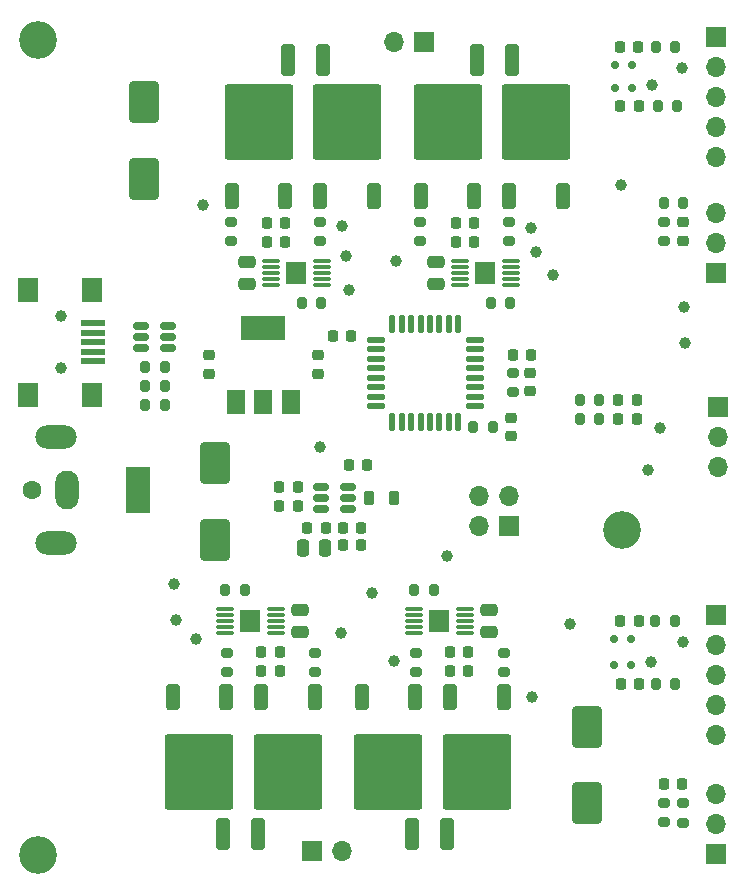
<source format=gbr>
%TF.GenerationSoftware,KiCad,Pcbnew,7.0.1*%
%TF.CreationDate,2023-12-25T01:16:19+01:00*%
%TF.ProjectId,BallBalancer,42616c6c-4261-46c6-916e-6365722e6b69,rev?*%
%TF.SameCoordinates,Original*%
%TF.FileFunction,Soldermask,Top*%
%TF.FilePolarity,Negative*%
%FSLAX46Y46*%
G04 Gerber Fmt 4.6, Leading zero omitted, Abs format (unit mm)*
G04 Created by KiCad (PCBNEW 7.0.1) date 2023-12-25 01:16:19*
%MOMM*%
%LPD*%
G01*
G04 APERTURE LIST*
G04 Aperture macros list*
%AMRoundRect*
0 Rectangle with rounded corners*
0 $1 Rounding radius*
0 $2 $3 $4 $5 $6 $7 $8 $9 X,Y pos of 4 corners*
0 Add a 4 corners polygon primitive as box body*
4,1,4,$2,$3,$4,$5,$6,$7,$8,$9,$2,$3,0*
0 Add four circle primitives for the rounded corners*
1,1,$1+$1,$2,$3*
1,1,$1+$1,$4,$5*
1,1,$1+$1,$6,$7*
1,1,$1+$1,$8,$9*
0 Add four rect primitives between the rounded corners*
20,1,$1+$1,$2,$3,$4,$5,0*
20,1,$1+$1,$4,$5,$6,$7,0*
20,1,$1+$1,$6,$7,$8,$9,0*
20,1,$1+$1,$8,$9,$2,$3,0*%
G04 Aperture macros list end*
%ADD10C,1.000000*%
%ADD11RoundRect,0.250000X-0.250000X-0.475000X0.250000X-0.475000X0.250000X0.475000X-0.250000X0.475000X0*%
%ADD12RoundRect,0.218750X0.218750X0.256250X-0.218750X0.256250X-0.218750X-0.256250X0.218750X-0.256250X0*%
%ADD13R,1.700000X1.700000*%
%ADD14O,1.700000X1.700000*%
%ADD15RoundRect,0.225000X-0.225000X-0.250000X0.225000X-0.250000X0.225000X0.250000X-0.225000X0.250000X0*%
%ADD16RoundRect,0.200000X-0.200000X-0.275000X0.200000X-0.275000X0.200000X0.275000X-0.200000X0.275000X0*%
%ADD17RoundRect,0.150000X-0.150000X-0.200000X0.150000X-0.200000X0.150000X0.200000X-0.150000X0.200000X0*%
%ADD18RoundRect,0.225000X0.225000X0.250000X-0.225000X0.250000X-0.225000X-0.250000X0.225000X-0.250000X0*%
%ADD19RoundRect,0.150000X-0.512500X-0.150000X0.512500X-0.150000X0.512500X0.150000X-0.512500X0.150000X0*%
%ADD20RoundRect,0.200000X0.200000X0.275000X-0.200000X0.275000X-0.200000X-0.275000X0.200000X-0.275000X0*%
%ADD21RoundRect,0.125000X0.625000X0.125000X-0.625000X0.125000X-0.625000X-0.125000X0.625000X-0.125000X0*%
%ADD22RoundRect,0.125000X0.125000X0.625000X-0.125000X0.625000X-0.125000X-0.625000X0.125000X-0.625000X0*%
%ADD23RoundRect,0.200000X0.275000X-0.200000X0.275000X0.200000X-0.275000X0.200000X-0.275000X-0.200000X0*%
%ADD24RoundRect,0.250000X1.000000X-1.500000X1.000000X1.500000X-1.000000X1.500000X-1.000000X-1.500000X0*%
%ADD25RoundRect,0.250000X-1.000000X1.500000X-1.000000X-1.500000X1.000000X-1.500000X1.000000X1.500000X0*%
%ADD26RoundRect,0.225000X-0.250000X0.225000X-0.250000X-0.225000X0.250000X-0.225000X0.250000X0.225000X0*%
%ADD27RoundRect,0.075000X-0.650000X-0.075000X0.650000X-0.075000X0.650000X0.075000X-0.650000X0.075000X0*%
%ADD28R,1.680000X1.880000*%
%ADD29RoundRect,0.250000X-0.325000X-1.100000X0.325000X-1.100000X0.325000X1.100000X-0.325000X1.100000X0*%
%ADD30RoundRect,0.250000X0.350000X-0.850000X0.350000X0.850000X-0.350000X0.850000X-0.350000X-0.850000X0*%
%ADD31RoundRect,0.249997X2.650003X-2.950003X2.650003X2.950003X-2.650003X2.950003X-2.650003X-2.950003X0*%
%ADD32RoundRect,0.150000X0.512500X0.150000X-0.512500X0.150000X-0.512500X-0.150000X0.512500X-0.150000X0*%
%ADD33RoundRect,0.250000X0.475000X-0.250000X0.475000X0.250000X-0.475000X0.250000X-0.475000X-0.250000X0*%
%ADD34RoundRect,0.200000X-0.275000X0.200000X-0.275000X-0.200000X0.275000X-0.200000X0.275000X0.200000X0*%
%ADD35C,3.200000*%
%ADD36RoundRect,0.250000X-0.350000X0.850000X-0.350000X-0.850000X0.350000X-0.850000X0.350000X0.850000X0*%
%ADD37RoundRect,0.249997X-2.650003X2.950003X-2.650003X-2.950003X2.650003X-2.950003X2.650003X2.950003X0*%
%ADD38RoundRect,0.250000X-0.475000X0.250000X-0.475000X-0.250000X0.475000X-0.250000X0.475000X0.250000X0*%
%ADD39RoundRect,0.075000X0.650000X0.075000X-0.650000X0.075000X-0.650000X-0.075000X0.650000X-0.075000X0*%
%ADD40RoundRect,0.225000X0.250000X-0.225000X0.250000X0.225000X-0.250000X0.225000X-0.250000X-0.225000X0*%
%ADD41RoundRect,0.218750X-0.218750X-0.381250X0.218750X-0.381250X0.218750X0.381250X-0.218750X0.381250X0*%
%ADD42R,1.500000X2.000000*%
%ADD43R,3.800000X2.000000*%
%ADD44C,1.600000*%
%ADD45R,2.000000X4.000000*%
%ADD46O,2.000000X3.300000*%
%ADD47O,3.500000X2.000000*%
%ADD48RoundRect,0.250000X0.325000X1.100000X-0.325000X1.100000X-0.325000X-1.100000X0.325000X-1.100000X0*%
%ADD49R,2.000000X0.500000*%
%ADD50R,1.700000X2.000000*%
G04 APERTURE END LIST*
D10*
%TO.C,TP27*%
X112600000Y-80300000D03*
%TD*%
%TO.C,TP26*%
X112850000Y-83150000D03*
%TD*%
%TO.C,TP25*%
X98000000Y-108050000D03*
%TD*%
%TO.C,TP24*%
X121150000Y-105700000D03*
%TD*%
%TO.C,TP23*%
X98200000Y-111100000D03*
%TD*%
%TO.C,TP22*%
X130150000Y-81900000D03*
%TD*%
%TO.C,TP21*%
X128700000Y-80000000D03*
%TD*%
%TO.C,TP20*%
X114800000Y-108800000D03*
%TD*%
%TO.C,TP15*%
X110350000Y-96450000D03*
%TD*%
%TO.C,TP14*%
X141250000Y-87700000D03*
%TD*%
%TO.C,TP9*%
X141200000Y-84600000D03*
%TD*%
%TO.C,TP19*%
X128250000Y-77900000D03*
%TD*%
%TO.C,TP18*%
X116850000Y-80700000D03*
%TD*%
%TO.C,TP13*%
X112250000Y-77750000D03*
%TD*%
%TO.C,TP12*%
X100500000Y-75950000D03*
%TD*%
%TO.C,TP17*%
X99850000Y-112700000D03*
%TD*%
%TO.C,TP16*%
X112150000Y-112200000D03*
%TD*%
%TO.C,TP10*%
X128350000Y-117650000D03*
%TD*%
%TO.C,TP11*%
X116650000Y-114600000D03*
%TD*%
%TO.C,TP7*%
X135900000Y-74300000D03*
%TD*%
%TO.C,TP4*%
X131550000Y-111450000D03*
%TD*%
%TO.C,TP2*%
X138200000Y-98450000D03*
%TD*%
%TO.C,TP1*%
X139200000Y-94850000D03*
%TD*%
D11*
%TO.C,C17*%
X108950000Y-105050000D03*
X110850000Y-105050000D03*
%TD*%
D12*
%TO.C,D1*%
X137187500Y-94100000D03*
X135612500Y-94100000D03*
%TD*%
D13*
%TO.C,J4*%
X143900000Y-130900000D03*
D14*
X143900000Y-128360000D03*
X143900000Y-125820000D03*
%TD*%
D13*
%TO.C,J7*%
X143900000Y-81760000D03*
D14*
X143900000Y-79220000D03*
X143900000Y-76680000D03*
%TD*%
D15*
%TO.C,C31*%
X105411451Y-113805292D03*
X106961451Y-113805292D03*
%TD*%
D16*
%TO.C,R5*%
X95575000Y-91300000D03*
X97225000Y-91300000D03*
%TD*%
D17*
%TO.C,D6*%
X136800000Y-64100000D03*
X135400000Y-64100000D03*
%TD*%
D18*
%TO.C,C32*%
X123462500Y-79120000D03*
X121912500Y-79120000D03*
%TD*%
D19*
%TO.C,U6*%
X110462500Y-99850000D03*
X110462500Y-100800000D03*
X110462500Y-101750000D03*
X112737500Y-101750000D03*
X112737500Y-100800000D03*
X112737500Y-99850000D03*
%TD*%
D20*
%TO.C,R17*%
X110512500Y-84320000D03*
X108862500Y-84320000D03*
%TD*%
D18*
%TO.C,C34*%
X123462500Y-77520000D03*
X121912500Y-77520000D03*
%TD*%
D13*
%TO.C,J5*%
X143900000Y-110740000D03*
D14*
X143900000Y-113280000D03*
X143900000Y-115820000D03*
X143900000Y-118360000D03*
X143900000Y-120900000D03*
%TD*%
D21*
%TO.C,U1*%
X123475000Y-93000000D03*
X123475000Y-92200000D03*
X123475000Y-91400000D03*
X123475000Y-90600000D03*
X123475000Y-89800000D03*
X123475000Y-89000000D03*
X123475000Y-88200000D03*
X123475000Y-87400000D03*
D22*
X122100000Y-86025000D03*
X121300000Y-86025000D03*
X120500000Y-86025000D03*
X119700000Y-86025000D03*
X118900000Y-86025000D03*
X118100000Y-86025000D03*
X117300000Y-86025000D03*
X116500000Y-86025000D03*
D21*
X115125000Y-87400000D03*
X115125000Y-88200000D03*
X115125000Y-89000000D03*
X115125000Y-89800000D03*
X115125000Y-90600000D03*
X115125000Y-91400000D03*
X115125000Y-92200000D03*
X115125000Y-93000000D03*
D22*
X116500000Y-94375000D03*
X117300000Y-94375000D03*
X118100000Y-94375000D03*
X118900000Y-94375000D03*
X119700000Y-94375000D03*
X120500000Y-94375000D03*
X121300000Y-94375000D03*
X122100000Y-94375000D03*
%TD*%
D12*
%TO.C,D2*%
X137187500Y-92500000D03*
X135612500Y-92500000D03*
%TD*%
D23*
%TO.C,R22*%
X109986451Y-115530292D03*
X109986451Y-113880292D03*
%TD*%
D17*
%TO.C,D3*%
X136700000Y-114900000D03*
X135300000Y-114900000D03*
%TD*%
D24*
%TO.C,C36*%
X133000000Y-126650000D03*
X133000000Y-120150000D03*
%TD*%
D20*
%TO.C,R7*%
X97225000Y-89700000D03*
X95575000Y-89700000D03*
%TD*%
D15*
%TO.C,C13*%
X121411451Y-113805292D03*
X122961451Y-113805292D03*
%TD*%
D20*
%TO.C,R27*%
X126512500Y-84320000D03*
X124862500Y-84320000D03*
%TD*%
D25*
%TO.C,C15*%
X101500000Y-97850000D03*
X101500000Y-104350000D03*
%TD*%
D26*
%TO.C,C1*%
X128200000Y-90225000D03*
X128200000Y-91775000D03*
%TD*%
D15*
%TO.C,C11*%
X121411451Y-115405292D03*
X122961451Y-115405292D03*
%TD*%
%TO.C,C33*%
X105411451Y-115405292D03*
X106961451Y-115405292D03*
%TD*%
D27*
%TO.C,U4*%
X106237500Y-80720000D03*
X106237500Y-81220000D03*
X106237500Y-81720000D03*
X106237500Y-82220000D03*
X106237500Y-82720000D03*
X110537500Y-82720000D03*
X110537500Y-82220000D03*
X110537500Y-81720000D03*
X110537500Y-81220000D03*
X110537500Y-80720000D03*
D28*
X108387500Y-81720000D03*
%TD*%
D20*
%TO.C,R12*%
X140625000Y-67620000D03*
X138975000Y-67620000D03*
%TD*%
D29*
%TO.C,C27*%
X118211451Y-129205292D03*
X121161451Y-129205292D03*
%TD*%
D30*
%TO.C,Q4*%
X110407500Y-75260000D03*
D31*
X112687500Y-68960000D03*
D30*
X114967500Y-75260000D03*
%TD*%
D29*
%TO.C,C24*%
X102211451Y-129205292D03*
X105161451Y-129205292D03*
%TD*%
D16*
%TO.C,R2*%
X132375000Y-92500000D03*
X134025000Y-92500000D03*
%TD*%
D10*
%TO.C,TP6*%
X138500000Y-65820000D03*
%TD*%
D32*
%TO.C,U2*%
X97537500Y-88100000D03*
X97537500Y-87150000D03*
X97537500Y-86200000D03*
X95262500Y-86200000D03*
X95262500Y-87150000D03*
X95262500Y-88100000D03*
%TD*%
D33*
%TO.C,C20*%
X104187500Y-82670000D03*
X104187500Y-80770000D03*
%TD*%
D18*
%TO.C,C8*%
X137375000Y-67620000D03*
X135825000Y-67620000D03*
%TD*%
D34*
%TO.C,R23*%
X102486451Y-113880292D03*
X102486451Y-115530292D03*
%TD*%
D15*
%TO.C,C26*%
X112325000Y-104800000D03*
X113875000Y-104800000D03*
%TD*%
D35*
%TO.C,H2*%
X136000000Y-103500000D03*
%TD*%
D30*
%TO.C,Q8*%
X126407500Y-75260000D03*
D31*
X128687500Y-68960000D03*
D30*
X130967500Y-75260000D03*
%TD*%
D36*
%TO.C,Q6*%
X102466451Y-117665292D03*
D37*
X100186451Y-123965292D03*
D36*
X97906451Y-117665292D03*
%TD*%
D16*
%TO.C,R14*%
X139475000Y-75835000D03*
X141125000Y-75835000D03*
%TD*%
D35*
%TO.C,H3*%
X86500000Y-62000000D03*
%TD*%
D38*
%TO.C,C19*%
X124686451Y-110255292D03*
X124686451Y-112155292D03*
%TD*%
D36*
%TO.C,Q5*%
X109966451Y-117665292D03*
D37*
X107686451Y-123965292D03*
D36*
X105406451Y-117665292D03*
%TD*%
D16*
%TO.C,R6*%
X95575000Y-92900000D03*
X97225000Y-92900000D03*
%TD*%
D30*
%TO.C,Q7*%
X118907500Y-75260000D03*
D31*
X121187500Y-68960000D03*
D30*
X123467500Y-75260000D03*
%TD*%
D23*
%TO.C,R25*%
X126387500Y-79045000D03*
X126387500Y-77395000D03*
%TD*%
D17*
%TO.C,D5*%
X136800000Y-66100000D03*
X135400000Y-66100000D03*
%TD*%
D18*
%TO.C,C22*%
X114375000Y-98000000D03*
X112825000Y-98000000D03*
%TD*%
D15*
%TO.C,C7*%
X139525000Y-125020000D03*
X141075000Y-125020000D03*
%TD*%
D27*
%TO.C,U8*%
X122237500Y-80720000D03*
X122237500Y-81220000D03*
X122237500Y-81720000D03*
X122237500Y-82220000D03*
X122237500Y-82720000D03*
X126537500Y-82720000D03*
X126537500Y-82220000D03*
X126537500Y-81720000D03*
X126537500Y-81220000D03*
X126537500Y-80720000D03*
D28*
X124387500Y-81720000D03*
%TD*%
D10*
%TO.C,TP5*%
X141100000Y-113000000D03*
%TD*%
D36*
%TO.C,Q2*%
X118466451Y-117665292D03*
D37*
X116186451Y-123965292D03*
D36*
X113906451Y-117665292D03*
%TD*%
D35*
%TO.C,H1*%
X86500000Y-131000000D03*
%TD*%
D39*
%TO.C,U7*%
X106636451Y-112205292D03*
X106636451Y-111705292D03*
X106636451Y-111205292D03*
X106636451Y-110705292D03*
X106636451Y-110205292D03*
X102336451Y-110205292D03*
X102336451Y-110705292D03*
X102336451Y-111205292D03*
X102336451Y-111705292D03*
X102336451Y-112205292D03*
D28*
X104486451Y-111205292D03*
%TD*%
D34*
%TO.C,R20*%
X102887500Y-77395000D03*
X102887500Y-79045000D03*
%TD*%
D16*
%TO.C,R1*%
X132375000Y-94100000D03*
X134025000Y-94100000D03*
%TD*%
D25*
%TO.C,C35*%
X95500000Y-67300000D03*
X95500000Y-73800000D03*
%TD*%
D34*
%TO.C,R3*%
X126700000Y-90175000D03*
X126700000Y-91825000D03*
%TD*%
D23*
%TO.C,R10*%
X141100000Y-128270000D03*
X141100000Y-126620000D03*
%TD*%
D12*
%TO.C,D7*%
X108487500Y-101500000D03*
X106912500Y-101500000D03*
%TD*%
D40*
%TO.C,C18*%
X101000000Y-90275000D03*
X101000000Y-88725000D03*
%TD*%
D13*
%TO.C,J3*%
X126390000Y-103190000D03*
D14*
X123850000Y-103190000D03*
X126390000Y-100650000D03*
X123850000Y-100650000D03*
%TD*%
D40*
%TO.C,C2*%
X126600000Y-95575000D03*
X126600000Y-94025000D03*
%TD*%
D41*
%TO.C,L1*%
X114537500Y-100800000D03*
X116662500Y-100800000D03*
%TD*%
D20*
%TO.C,R8*%
X140475000Y-116500000D03*
X138825000Y-116500000D03*
%TD*%
D40*
%TO.C,C21*%
X110200000Y-90275000D03*
X110200000Y-88725000D03*
%TD*%
D33*
%TO.C,C30*%
X120187500Y-82670000D03*
X120187500Y-80770000D03*
%TD*%
D42*
%TO.C,U5*%
X103300000Y-92700000D03*
X105600000Y-92700000D03*
D43*
X105600000Y-86400000D03*
D42*
X107900000Y-92700000D03*
%TD*%
D13*
%TO.C,M1*%
X109686451Y-130705292D03*
D14*
X112226451Y-130705292D03*
%TD*%
D13*
%TO.C,J6*%
X143900000Y-61740000D03*
D14*
X143900000Y-64280000D03*
X143900000Y-66820000D03*
X143900000Y-69360000D03*
X143900000Y-71900000D03*
%TD*%
D15*
%TO.C,C4*%
X111450000Y-87100000D03*
X113000000Y-87100000D03*
%TD*%
D23*
%TO.C,R21*%
X110387500Y-79045000D03*
X110387500Y-77395000D03*
%TD*%
D17*
%TO.C,D4*%
X136700000Y-112700000D03*
X135300000Y-112700000D03*
%TD*%
D23*
%TO.C,R9*%
X139500000Y-128245000D03*
X139500000Y-126595000D03*
%TD*%
%TO.C,R13*%
X139475000Y-79060000D03*
X139475000Y-77410000D03*
%TD*%
D13*
%TO.C,M2*%
X119187500Y-62220000D03*
D14*
X116647500Y-62220000D03*
%TD*%
D44*
%TO.C,J8*%
X86000000Y-100100000D03*
D45*
X95000000Y-100100000D03*
D46*
X89000000Y-100100000D03*
D47*
X88000000Y-95600000D03*
X88000000Y-104600000D03*
%TD*%
D18*
%TO.C,C3*%
X128250000Y-88700000D03*
X126700000Y-88700000D03*
%TD*%
D48*
%TO.C,C28*%
X126662500Y-63720000D03*
X123712500Y-63720000D03*
%TD*%
D18*
%TO.C,C5*%
X137400000Y-116500000D03*
X135850000Y-116500000D03*
%TD*%
D12*
%TO.C,D8*%
X108487500Y-99900000D03*
X106912500Y-99900000D03*
%TD*%
D34*
%TO.C,R19*%
X118486451Y-113880292D03*
X118486451Y-115530292D03*
%TD*%
D18*
%TO.C,C6*%
X137375000Y-111190000D03*
X135825000Y-111190000D03*
%TD*%
D16*
%TO.C,R4*%
X123375000Y-94800000D03*
X125025000Y-94800000D03*
%TD*%
D10*
%TO.C,TP8*%
X141000000Y-64400000D03*
%TD*%
D16*
%TO.C,R16*%
X118361451Y-108605292D03*
X120011451Y-108605292D03*
%TD*%
D20*
%TO.C,R11*%
X140425000Y-111190000D03*
X138775000Y-111190000D03*
%TD*%
D38*
%TO.C,C29*%
X108686451Y-110255292D03*
X108686451Y-112155292D03*
%TD*%
D15*
%TO.C,C16*%
X109325000Y-103300000D03*
X110875000Y-103300000D03*
%TD*%
D10*
%TO.C,TP3*%
X138400000Y-114700000D03*
%TD*%
D23*
%TO.C,R18*%
X125986451Y-115530292D03*
X125986451Y-113880292D03*
%TD*%
D18*
%TO.C,C9*%
X137350000Y-62620000D03*
X135800000Y-62620000D03*
%TD*%
D16*
%TO.C,R26*%
X102361451Y-108605292D03*
X104011451Y-108605292D03*
%TD*%
D10*
%TO.C,J1*%
X88500000Y-85400000D03*
X88500000Y-89800000D03*
D49*
X91200000Y-86000000D03*
X91200000Y-86800000D03*
X91200000Y-87600000D03*
X91200000Y-88400000D03*
X91200000Y-89200000D03*
D50*
X91100000Y-83150000D03*
X85650000Y-83150000D03*
X91100000Y-92050000D03*
X85650000Y-92050000D03*
%TD*%
D15*
%TO.C,C23*%
X112325000Y-103300000D03*
X113875000Y-103300000D03*
%TD*%
D20*
%TO.C,R15*%
X140450000Y-62620000D03*
X138800000Y-62620000D03*
%TD*%
D18*
%TO.C,C14*%
X107462500Y-79120000D03*
X105912500Y-79120000D03*
%TD*%
%TO.C,C12*%
X107462500Y-77520000D03*
X105912500Y-77520000D03*
%TD*%
D13*
%TO.C,J2*%
X144100000Y-93080000D03*
D14*
X144100000Y-95620000D03*
X144100000Y-98160000D03*
%TD*%
D40*
%TO.C,C10*%
X141100000Y-79010000D03*
X141100000Y-77460000D03*
%TD*%
D39*
%TO.C,U3*%
X122636451Y-112205292D03*
X122636451Y-111705292D03*
X122636451Y-111205292D03*
X122636451Y-110705292D03*
X122636451Y-110205292D03*
X118336451Y-110205292D03*
X118336451Y-110705292D03*
X118336451Y-111205292D03*
X118336451Y-111705292D03*
X118336451Y-112205292D03*
D28*
X120486451Y-111205292D03*
%TD*%
D36*
%TO.C,Q1*%
X125966451Y-117665292D03*
D37*
X123686451Y-123965292D03*
D36*
X121406451Y-117665292D03*
%TD*%
D48*
%TO.C,C25*%
X110662500Y-63720000D03*
X107712500Y-63720000D03*
%TD*%
D30*
%TO.C,Q3*%
X102907500Y-75260000D03*
D31*
X105187500Y-68960000D03*
D30*
X107467500Y-75260000D03*
%TD*%
D34*
%TO.C,R24*%
X118887500Y-77395000D03*
X118887500Y-79045000D03*
%TD*%
M02*

</source>
